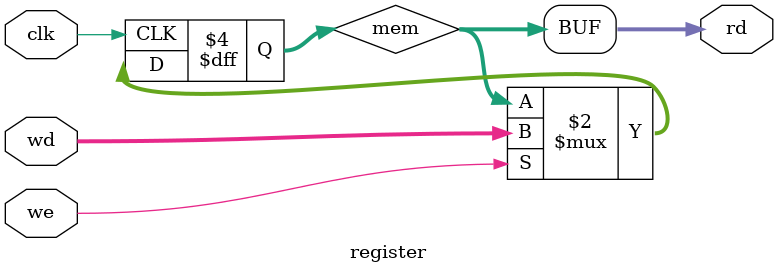
<source format=sv>
module register(input  logic       clk, we,
				   input  logic [31:0] wd,
				   output logic [31:0] rd);

logic [31:0] mem;

assign rd = mem; // word aligned

always_ff @(negedge clk)
	if (we) mem <= wd;

endmodule // register
</source>
